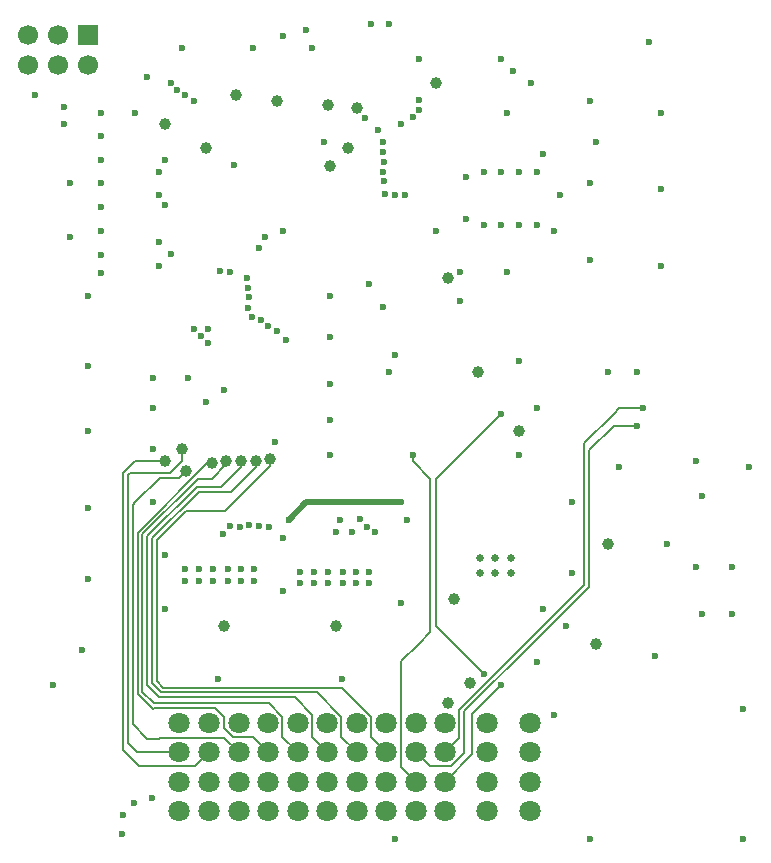
<source format=gbr>
%TF.GenerationSoftware,KiCad,Pcbnew,9.0.1*%
%TF.CreationDate,2025-10-29T09:39:46+01:00*%
%TF.ProjectId,ZoneECU,5a6f6e65-4543-4552-9e6b-696361645f70,rev?*%
%TF.SameCoordinates,Original*%
%TF.FileFunction,Copper,L2,Inr*%
%TF.FilePolarity,Positive*%
%FSLAX46Y46*%
G04 Gerber Fmt 4.6, Leading zero omitted, Abs format (unit mm)*
G04 Created by KiCad (PCBNEW 9.0.1) date 2025-10-29 09:39:46*
%MOMM*%
%LPD*%
G01*
G04 APERTURE LIST*
%TA.AperFunction,ComponentPad*%
%ADD10C,1.700000*%
%TD*%
%TA.AperFunction,ComponentPad*%
%ADD11R,1.700000X1.700000*%
%TD*%
%TA.AperFunction,HeatsinkPad*%
%ADD12C,0.600000*%
%TD*%
%TA.AperFunction,ComponentPad*%
%ADD13C,1.803400*%
%TD*%
%TA.AperFunction,ComponentPad*%
%ADD14C,0.630000*%
%TD*%
%TA.AperFunction,ViaPad*%
%ADD15C,1.000000*%
%TD*%
%TA.AperFunction,ViaPad*%
%ADD16C,0.600000*%
%TD*%
%TA.AperFunction,Conductor*%
%ADD17C,0.500000*%
%TD*%
%TA.AperFunction,Conductor*%
%ADD18C,0.200000*%
%TD*%
G04 APERTURE END LIST*
D10*
%TO.N,/3V3*%
%TO.C,J2*%
X102460000Y-83000000D03*
X102460000Y-80460000D03*
%TO.N,Net-(J2-Pin_4)*%
X105000000Y-83000000D03*
%TO.N,Net-(J2-Pin_3)*%
X105000000Y-80460000D03*
%TO.N,GND*%
X107540000Y-83000000D03*
D11*
X107540000Y-80460000D03*
%TD*%
D12*
%TO.N,GND*%
%TO.C,U6*%
X121600000Y-125665000D03*
X120450000Y-125665000D03*
X119390000Y-125665000D03*
X118110000Y-125665000D03*
X116900000Y-125665000D03*
X115700000Y-125665000D03*
X121600000Y-126635000D03*
X120450000Y-126635000D03*
X119390000Y-126635000D03*
X118110000Y-126635000D03*
X116900000Y-126635000D03*
X115700000Y-126635000D03*
%TD*%
D13*
%TO.N,/HS1_VOUT4*%
%TO.C,J1*%
X115250002Y-138650001D03*
%TO.N,/BO_OUT1*%
X115250002Y-141150001D03*
%TO.N,unconnected-(J1-PadA3)*%
X115250002Y-143650001D03*
%TO.N,/IN1*%
X115250002Y-146150001D03*
%TO.N,/HS1_VOUT3*%
X117750002Y-138650001D03*
%TO.N,/BO_OUT2*%
X117750002Y-141150001D03*
%TO.N,unconnected-(J1-PadB3)*%
X117750002Y-143650001D03*
%TO.N,/IN2*%
X117750002Y-146150001D03*
%TO.N,/HS1_VOUT2*%
X120250002Y-138650001D03*
%TO.N,/BO_OUT3*%
X120250002Y-141150001D03*
%TO.N,unconnected-(J1-PadC3)*%
X120250002Y-143650001D03*
%TO.N,/IN3*%
X120250002Y-146150001D03*
%TO.N,/HS1_VOUT1*%
X122750002Y-138650001D03*
%TO.N,/BO_OUT4*%
X122750002Y-141150001D03*
%TO.N,unconnected-(J1-PadD3)*%
X122750002Y-143650001D03*
%TO.N,/IN4*%
X122750002Y-146150001D03*
%TO.N,/HS2_VOUT4*%
X125250000Y-138650001D03*
%TO.N,/BO_OUT5*%
X125250000Y-141150001D03*
%TO.N,unconnected-(J1-PadE3)*%
X125250000Y-143650001D03*
%TO.N,/IN5*%
X125250000Y-146150001D03*
%TO.N,/HS2_VOUT3*%
X127750000Y-138650001D03*
%TO.N,/BO_OUT6*%
X127750000Y-141150001D03*
%TO.N,unconnected-(J1-PadF3)*%
X127750000Y-143650001D03*
%TO.N,/IN6*%
X127750000Y-146150001D03*
%TO.N,/HS2_VOUT2*%
X130250000Y-138650001D03*
%TO.N,/BO_OUT7*%
X130250000Y-141150001D03*
%TO.N,unconnected-(J1-PadG3)*%
X130250000Y-143650001D03*
%TO.N,/IN7*%
X130250000Y-146150001D03*
%TO.N,/HS2_VOUT1*%
X132750000Y-138650001D03*
%TO.N,/BO_OUT8*%
X132750000Y-141150001D03*
%TO.N,unconnected-(J1-PadH3)*%
X132750000Y-143650001D03*
%TO.N,/IN8*%
X132750000Y-146150001D03*
%TO.N,/HB_OUT1*%
X135250000Y-138650001D03*
%TO.N,/CAN_L*%
X135250000Y-141150001D03*
%TO.N,/RS232_RX*%
X135250000Y-143650001D03*
%TO.N,/3V3*%
X135250000Y-146150001D03*
%TO.N,/HB_OUT2*%
X137750000Y-138650001D03*
%TO.N,/CAN_H*%
X137750000Y-141150001D03*
%TO.N,/RS232_TX*%
X137750000Y-143650001D03*
%TO.N,/5V*%
X137750000Y-146150001D03*
%TO.N,/HB_VIN*%
X141250000Y-138650001D03*
%TO.N,GND*%
X141250000Y-141150001D03*
%TO.N,/HS1_VBB*%
X141250000Y-143650001D03*
%TO.N,/HS2_VBB*%
X141250000Y-146150001D03*
%TO.N,/VIN*%
X144950000Y-138650001D03*
%TO.N,GND*%
X144950000Y-141150001D03*
%TO.N,unconnected-(J1-PadM3)*%
X144950000Y-143650001D03*
%TO.N,unconnected-(J1-PadM4)*%
X144950000Y-146150001D03*
%TD*%
D12*
%TO.N,GND*%
%TO.C,U8*%
X131325000Y-125865000D03*
X130175000Y-125865000D03*
X129115000Y-125865000D03*
X127835000Y-125865000D03*
X126625000Y-125865000D03*
X125425000Y-125865000D03*
X131325000Y-126835000D03*
X130175000Y-126835000D03*
X129115000Y-126835000D03*
X127835000Y-126835000D03*
X126625000Y-126835000D03*
X125425000Y-126835000D03*
%TD*%
D14*
%TO.N,GND*%
%TO.C,U7*%
X143300000Y-124700000D03*
X142000000Y-124700000D03*
X140700000Y-124700000D03*
X143300000Y-126000000D03*
X142000000Y-126000000D03*
X140700000Y-126000000D03*
%TD*%
D15*
%TO.N,/HS2_VBB*%
X139818172Y-135279933D03*
D16*
%TO.N,/BOOT1*%
X127500000Y-89500000D03*
X126000000Y-80000000D03*
%TO.N,/BOOT0*%
X124000000Y-80500000D03*
X143500000Y-83500000D03*
%TO.N,GND*%
X150000000Y-99500000D03*
X150000000Y-93000000D03*
X150500000Y-89500000D03*
X150000000Y-86000000D03*
X156000000Y-87000000D03*
X156000000Y-93500000D03*
X156000000Y-100000000D03*
X155000000Y-81000000D03*
X145000000Y-84500000D03*
X142500000Y-82500000D03*
X135500000Y-82500000D03*
X147500000Y-94000000D03*
X146000000Y-90500000D03*
X143000000Y-87000000D03*
X139500000Y-92500000D03*
X139500000Y-96000000D03*
X137000000Y-97000000D03*
X147000000Y-97000000D03*
X143000000Y-100500000D03*
X139000000Y-100500000D03*
X139000000Y-103000000D03*
X144000000Y-108000000D03*
X154000000Y-109000000D03*
X151500000Y-109000000D03*
X152500000Y-117000000D03*
X159500000Y-119500000D03*
X163500000Y-117000000D03*
X159000000Y-116500000D03*
X159000000Y-125500000D03*
X162000000Y-125500000D03*
X159500000Y-129500000D03*
X162000000Y-129500000D03*
X145500000Y-133500000D03*
X148000000Y-130500000D03*
X146000000Y-129000000D03*
X148500000Y-126000000D03*
X148500000Y-120000000D03*
X144000000Y-116000000D03*
X128000000Y-116000000D03*
X128000000Y-113000000D03*
X128000000Y-110000000D03*
X128000000Y-106000000D03*
X128000000Y-102500000D03*
X133000000Y-109000000D03*
X133500000Y-107500000D03*
X134500000Y-121500000D03*
X134000000Y-128500000D03*
X114000000Y-129000000D03*
X114000000Y-124500000D03*
X113000000Y-120000000D03*
X113000000Y-115500000D03*
X113000000Y-112000000D03*
X113000000Y-109500000D03*
X126500000Y-81500000D03*
X121500000Y-81500000D03*
X115500000Y-81500000D03*
X112500000Y-84000000D03*
X103000000Y-85500000D03*
X105500000Y-88000000D03*
X106000000Y-93000000D03*
X106000000Y-97500000D03*
X107500000Y-102500000D03*
X107500000Y-108500000D03*
X107500000Y-114000000D03*
X107500000Y-120500000D03*
X107500000Y-126500000D03*
X107000000Y-132500000D03*
X104500000Y-135500000D03*
X118500000Y-135000000D03*
X129000000Y-135000000D03*
X147000000Y-138000000D03*
X133500000Y-148500000D03*
X150000000Y-148500000D03*
X163000000Y-148500000D03*
X163000000Y-137500000D03*
%TO.N,/3V3*%
X116000000Y-109500000D03*
%TO.N,GND*%
X119000000Y-110500000D03*
X124246858Y-106234582D03*
X124000000Y-97000000D03*
X122000000Y-98500000D03*
X155500000Y-133000000D03*
X156500000Y-123500000D03*
X124000000Y-127500000D03*
X124000000Y-123000000D03*
%TO.N,/3V3*%
X124500000Y-121500000D03*
%TO.N,GND*%
X145500000Y-112000000D03*
X123345660Y-114859784D03*
D15*
X127863603Y-86363603D03*
X128000000Y-91500000D03*
D16*
X113500000Y-92000000D03*
D15*
X120000000Y-85500000D03*
X123500000Y-86000000D03*
X117500000Y-90000000D03*
D16*
X113500000Y-100000000D03*
X113500000Y-94000000D03*
X113500000Y-98000000D03*
D15*
X140500000Y-109000000D03*
X130275000Y-86589829D03*
X114000000Y-88000000D03*
D16*
%TO.N,/3V3*%
X105500000Y-86500000D03*
D15*
X151500000Y-123500000D03*
D16*
X134000000Y-120000000D03*
D15*
X129500000Y-90000000D03*
X138000000Y-101000000D03*
X144000000Y-114000000D03*
X137000000Y-84500000D03*
D16*
%TO.N,/5V*%
X117500000Y-111500000D03*
D15*
X150500000Y-132000000D03*
D16*
%TO.N,Net-(U6-EN1)*%
X117705853Y-106500000D03*
X122855367Y-122112164D03*
%TO.N,Net-(U6-EN2)*%
X117109205Y-105900000D03*
X122016275Y-121976417D03*
%TO.N,Net-(U6-EN3)*%
X121167878Y-121924191D03*
X116512557Y-105300000D03*
%TO.N,Net-(U6-EN4)*%
X117668270Y-105327767D03*
X120340417Y-122118646D03*
%TO.N,Net-(U6-SEL0)*%
X118703652Y-100423619D03*
X118931404Y-122662185D03*
%TO.N,Net-(U6-SEL1)*%
X119495447Y-122026292D03*
X119500000Y-100500000D03*
%TO.N,/HS1_SNS*%
X122500000Y-97500000D03*
X119907985Y-91407985D03*
%TO.N,/IN1*%
X108592134Y-89000000D03*
X111500000Y-87000000D03*
X112900000Y-145000000D03*
X114500000Y-84500000D03*
%TO.N,/IN2*%
X114000000Y-91000000D03*
X108592134Y-93000000D03*
X115065687Y-85065687D03*
X111400000Y-145500000D03*
%TO.N,/IN3*%
X110500000Y-146500000D03*
X115713730Y-85534776D03*
X108592134Y-97000000D03*
X114000000Y-94850000D03*
%TO.N,/IN4*%
X108592134Y-100561218D03*
X114500000Y-99000000D03*
X116500000Y-86000000D03*
X110400764Y-148099236D03*
%TO.N,/IN5*%
X108592134Y-87000000D03*
%TO.N,/IN6*%
X108592134Y-91000000D03*
%TO.N,/IN7*%
X108592134Y-95000000D03*
%TO.N,/IN8*%
X108596103Y-99081605D03*
%TO.N,/HS2_EN4*%
X131000000Y-87500000D03*
X141000000Y-92000000D03*
X134000000Y-88000000D03*
X132100000Y-88500000D03*
%TO.N,Net-(U8-EN4)*%
X141000000Y-96500000D03*
X129825000Y-122500000D03*
%TO.N,Net-(U8-EN3)*%
X130526422Y-121414208D03*
X142500000Y-96500000D03*
%TO.N,/HS2_EN3*%
X135000000Y-87400000D03*
X142500000Y-92000000D03*
%TO.N,Net-(U8-EN2)*%
X144000000Y-96500000D03*
X131088297Y-122052017D03*
%TO.N,/HS2_EN2*%
X135512149Y-86785421D03*
X144000000Y-92000000D03*
%TO.N,Net-(U8-SEL1)*%
X131500000Y-79500000D03*
X128826422Y-121500000D03*
%TO.N,Net-(U8-EN1)*%
X131801000Y-122515222D03*
X145500000Y-96500000D03*
%TO.N,/HS2_EN1*%
X145500000Y-92000000D03*
X135508002Y-85970014D03*
%TO.N,Net-(U8-SEL0)*%
X128500000Y-122500000D03*
X133000000Y-79500000D03*
%TO.N,/HB_IN2*%
X131275000Y-101500000D03*
X132500000Y-103500000D03*
%TO.N,/CAN_H*%
X154500000Y-112000000D03*
%TO.N,/CAN_L*%
X154000000Y-113500000D03*
%TO.N,/RS232_TX*%
X141000000Y-134500000D03*
X142500000Y-135500000D03*
X142500000Y-112500000D03*
%TO.N,/RS232_RX*%
X135000000Y-116000000D03*
%TO.N,/BO_IN6*%
X132659239Y-93871026D03*
X122124474Y-104532222D03*
%TO.N,/BO_IN7*%
X122722040Y-105064124D03*
X133500000Y-94000000D03*
%TO.N,/BO_IN5*%
X132592858Y-92825461D03*
X121350000Y-104331736D03*
%TO.N,/BO_IN3*%
X132534431Y-91162628D03*
X121100647Y-102620614D03*
%TO.N,/BO_IN4*%
X121035716Y-103534074D03*
X132522794Y-92022794D03*
%TO.N,/BO_IN1*%
X132500000Y-89500000D03*
X121000000Y-101000000D03*
%TO.N,/BO_IN2*%
X121024263Y-101824266D03*
X132524263Y-90324266D03*
%TO.N,/BO_IN8*%
X123500000Y-105500000D03*
X134324266Y-94024263D03*
D15*
%TO.N,/BO_OUT5*%
X119201466Y-116499079D03*
%TO.N,/BO_OUT6*%
X120451463Y-116502849D03*
%TO.N,/BO_OUT8*%
X122942129Y-116355789D03*
%TO.N,/BO_OUT2*%
X114000000Y-116500000D03*
%TO.N,/BO_OUT1*%
X115500000Y-115500000D03*
%TO.N,/BO_OUT3*%
X115815686Y-117315686D03*
%TO.N,/BO_OUT7*%
X121701454Y-116508210D03*
%TO.N,/BO_OUT4*%
X117966007Y-116689201D03*
%TO.N,/HS1_VBB*%
X119000000Y-130500000D03*
X138000000Y-137000000D03*
%TO.N,/HS2_VBB*%
X128500000Y-130500000D03*
%TO.N,/HB_VIN*%
X138500000Y-128225000D03*
%TD*%
D17*
%TO.N,/3V3*%
X124500000Y-121500000D02*
X126000000Y-120000000D01*
X126000000Y-120000000D02*
X134000000Y-120000000D01*
D18*
%TO.N,/CAN_H*%
X152000000Y-112500000D02*
X152500000Y-112000000D01*
X137750000Y-141150001D02*
X138952700Y-139947301D01*
X138952700Y-139947301D02*
X138952700Y-137547300D01*
X152500000Y-112000000D02*
X154500000Y-112000000D01*
X145500000Y-131000000D02*
X149500000Y-127000000D01*
X138952700Y-137547300D02*
X145500000Y-131000000D01*
X149500000Y-115000000D02*
X152000000Y-112500000D01*
X149500000Y-127000000D02*
X149500000Y-115000000D01*
%TO.N,/CAN_L*%
X135250000Y-141150001D02*
X136452700Y-142352701D01*
X139353700Y-141247176D02*
X139353700Y-138000000D01*
X136452700Y-142352701D02*
X138248175Y-142352701D01*
X149901000Y-115599000D02*
X152000000Y-113500000D01*
X138248175Y-142352701D02*
X139353700Y-141247176D01*
X149901000Y-127166100D02*
X149901000Y-122000000D01*
X152000000Y-113500000D02*
X154000000Y-113500000D01*
X145533550Y-131533550D02*
X149901000Y-127166100D01*
X149901000Y-122000000D02*
X149901000Y-115599000D01*
X139353700Y-138000000D02*
X139353700Y-137713400D01*
X139353700Y-137713400D02*
X145533550Y-131533550D01*
%TO.N,/RS232_TX*%
X137000000Y-130500000D02*
X137000000Y-118000000D01*
X137000000Y-118000000D02*
X142500000Y-112500000D01*
X140047300Y-137952700D02*
X142500000Y-135500000D01*
X137750000Y-143650001D02*
X140047300Y-141352701D01*
X141000000Y-134500000D02*
X137000000Y-130500000D01*
X140047300Y-141352701D02*
X140047300Y-137952700D01*
%TO.N,/RS232_RX*%
X136500000Y-128500000D02*
X136500000Y-118000000D01*
X134047300Y-133452700D02*
X135500000Y-132000000D01*
X136500000Y-131000000D02*
X136500000Y-128500000D01*
X135500000Y-132000000D02*
X136500000Y-131000000D01*
X134047300Y-142447301D02*
X134047300Y-133452700D01*
X136500000Y-118000000D02*
X135000000Y-116500000D01*
X135000000Y-116500000D02*
X135000000Y-116000000D01*
X135250000Y-143650001D02*
X134047300Y-142447301D01*
%TO.N,/BO_OUT5*%
X112104000Y-136036900D02*
X112104000Y-122727258D01*
X123952702Y-138151826D02*
X122800876Y-137000000D01*
X125250000Y-141150001D02*
X123952702Y-139852703D01*
X112104000Y-122727258D02*
X116831258Y-118000000D01*
X118000000Y-118000000D02*
X119201466Y-116798534D01*
X123952702Y-139852703D02*
X123952702Y-138151826D01*
X122800876Y-137000000D02*
X113067100Y-137000000D01*
X116831258Y-118000000D02*
X118000000Y-118000000D01*
X113067100Y-137000000D02*
X112104000Y-136036900D01*
X119201466Y-116798534D02*
X119201466Y-116499079D01*
%TO.N,/BO_OUT6*%
X126500000Y-138000000D02*
X125000000Y-136500000D01*
X127750000Y-141150001D02*
X126500000Y-139900001D01*
X126500000Y-139900001D02*
X126500000Y-138000000D01*
X113500000Y-136500000D02*
X112505000Y-135505000D01*
X112505000Y-135505000D02*
X112505000Y-122893358D01*
X125000000Y-136500000D02*
X113500000Y-136500000D01*
X118800821Y-118699179D02*
X120451463Y-117048537D01*
X120451463Y-117048537D02*
X120451463Y-116502849D01*
X116699179Y-118699179D02*
X118800821Y-118699179D01*
X112505000Y-122893358D02*
X116699179Y-118699179D01*
%TO.N,/BO_OUT8*%
X122942129Y-116957877D02*
X122942129Y-116355789D01*
X115766279Y-120766279D02*
X119133727Y-120766279D01*
X131452700Y-138151826D02*
X128998874Y-135698000D01*
X131452700Y-139852701D02*
X131452700Y-138151826D01*
X119133727Y-120766279D02*
X122942129Y-116957877D01*
X128998874Y-135698000D02*
X113832200Y-135698000D01*
X113832200Y-135698000D02*
X113307000Y-135172800D01*
X113307000Y-123225558D02*
X115766279Y-120766279D01*
X132750000Y-141150001D02*
X131452700Y-139852701D01*
X113307000Y-135172800D02*
X113307000Y-123225558D01*
%TO.N,/BO_OUT2*%
X117750002Y-141150001D02*
X116547302Y-142352701D01*
X111000000Y-141500000D02*
X110500000Y-141000000D01*
X110500000Y-137000000D02*
X110500000Y-117500000D01*
X111852701Y-142352701D02*
X111000000Y-141500000D01*
X110500000Y-141000000D02*
X110500000Y-137000000D01*
X111500000Y-116500000D02*
X114000000Y-116500000D01*
X116547302Y-142352701D02*
X111852701Y-142352701D01*
X110500000Y-117500000D02*
X111500000Y-116500000D01*
%TO.N,/BO_OUT1*%
X110901000Y-117666100D02*
X111033550Y-117533550D01*
X110901000Y-140000000D02*
X110901000Y-117666100D01*
X111033550Y-117533550D02*
X114466450Y-117533550D01*
X114466450Y-117533550D02*
X115500000Y-116500000D01*
X110901000Y-140401000D02*
X110901000Y-140000000D01*
X115500000Y-116500000D02*
X115500000Y-115500000D01*
X115250002Y-141150001D02*
X112000000Y-141150001D01*
X111650001Y-141150001D02*
X110901000Y-140401000D01*
X112000000Y-141150001D02*
X111650001Y-141150001D01*
%TO.N,/BO_OUT3*%
X111302000Y-120198000D02*
X111500000Y-120000000D01*
X112500000Y-140000000D02*
X111302000Y-138802000D01*
X115196822Y-117934550D02*
X115815686Y-117315686D01*
X113500000Y-140000000D02*
X112500000Y-140000000D01*
X111302000Y-138500000D02*
X111302000Y-120198000D01*
X114000000Y-117934550D02*
X115196822Y-117934550D01*
X111302000Y-138802000D02*
X111302000Y-138500000D01*
X119047302Y-139947301D02*
X113552699Y-139947301D01*
X111500000Y-120000000D02*
X113565450Y-117934550D01*
X113552699Y-139947301D02*
X113500000Y-140000000D01*
X120250002Y-141150001D02*
X119047302Y-139947301D01*
X113565450Y-117934550D02*
X114000000Y-117934550D01*
%TO.N,/BO_OUT7*%
X121701454Y-116998549D02*
X121701454Y-116508210D01*
X112906000Y-123059458D02*
X116865279Y-119100179D01*
X128952700Y-139852701D02*
X128952700Y-138151826D01*
X112906000Y-135338900D02*
X112906000Y-123059458D01*
X116865279Y-119100179D02*
X119599824Y-119100179D01*
X113666100Y-136099000D02*
X112906000Y-135338900D01*
X128952700Y-138151826D02*
X126899874Y-136099000D01*
X119599824Y-119100179D02*
X121701454Y-116998549D01*
X130250000Y-141150001D02*
X128952700Y-139852701D01*
X126899874Y-136099000D02*
X113666100Y-136099000D01*
%TO.N,/BO_OUT4*%
X119751827Y-139852701D02*
X119000000Y-139100874D01*
X122750002Y-141150001D02*
X121452702Y-139852701D01*
X119000000Y-139100874D02*
X119000000Y-138199124D01*
X113000000Y-137500000D02*
X111703000Y-136203000D01*
X117574957Y-116689201D02*
X117966007Y-116689201D01*
X118248177Y-137447301D02*
X113052699Y-137447301D01*
X111703000Y-122561158D02*
X117574957Y-116689201D01*
X111703000Y-136203000D02*
X111703000Y-122561158D01*
X113052699Y-137447301D02*
X113000000Y-137500000D01*
X121452702Y-139852701D02*
X119751827Y-139852701D01*
X119000000Y-138199124D02*
X118248177Y-137447301D01*
%TD*%
M02*

</source>
